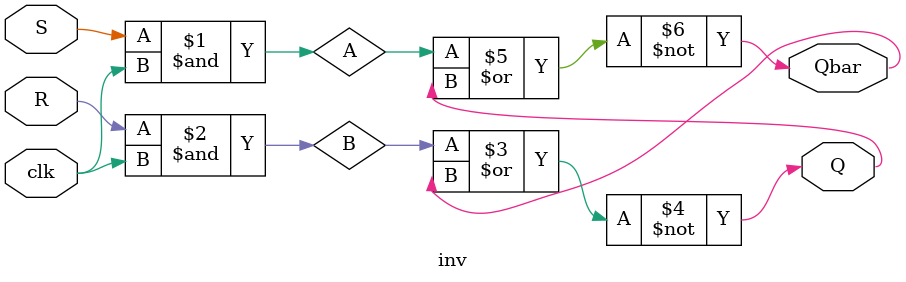
<source format=v>
`timescale 1ns / 1ps
module inv(
    input S, R, clk,
    output Q, Qbar
    );
    wire A, B;
    assign A = S&clk;
    assign B = R&clk;
    assign Q = ~(B | Qbar);
    assign Qbar = ~(A | Q);

endmodule
</source>
